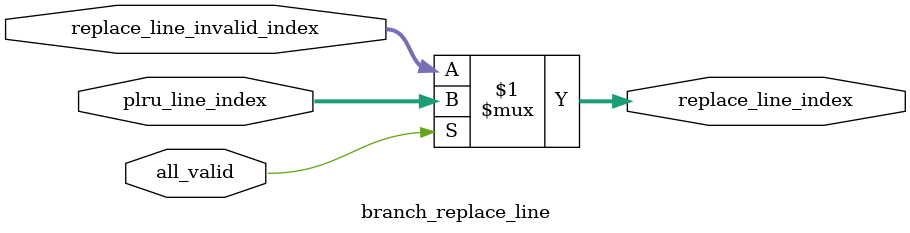
<source format=v>
module branch_replace_line #(
	parameter WIDTH = 4
)(
	input all_valid,
	input [WIDTH-1:0] replace_line_invalid_index,
	input [WIDTH-1:0] plru_line_index,
	output [WIDTH-1:0] replace_line_index
);
	assign replace_line_index = all_valid ? plru_line_index : replace_line_invalid_index;
endmodule

</source>
